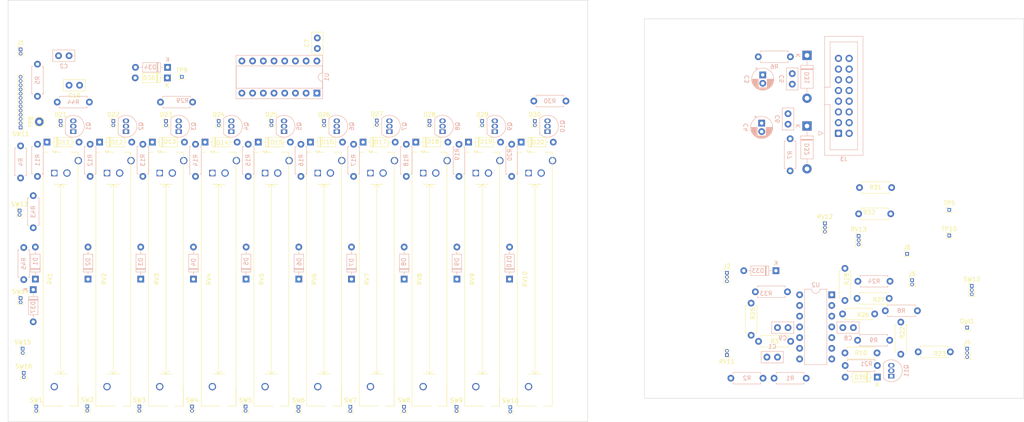
<source format=kicad_pcb>
(kicad_pcb (version 20221018) (generator pcbnew)

  (general
    (thickness 1.6)
  )

  (paper "A4")
  (title_block
    (title "Unseen Servant (Baby 10 Seq)")
  )

  (layers
    (0 "F.Cu" signal)
    (31 "B.Cu" signal)
    (32 "B.Adhes" user "B.Adhesive")
    (33 "F.Adhes" user "F.Adhesive")
    (34 "B.Paste" user)
    (35 "F.Paste" user)
    (36 "B.SilkS" user "B.Silkscreen")
    (37 "F.SilkS" user "F.Silkscreen")
    (38 "B.Mask" user)
    (39 "F.Mask" user)
    (40 "Dwgs.User" user "User.Drawings")
    (41 "Cmts.User" user "User.Comments")
    (42 "Eco1.User" user "User.Eco1")
    (43 "Eco2.User" user "User.Eco2")
    (44 "Edge.Cuts" user)
    (45 "Margin" user)
    (46 "B.CrtYd" user "B.Courtyard")
    (47 "F.CrtYd" user "F.Courtyard")
    (48 "B.Fab" user)
    (49 "F.Fab" user)
    (50 "User.1" user)
    (51 "User.2" user)
    (52 "User.3" user)
    (53 "User.4" user)
    (54 "User.5" user)
    (55 "User.6" user)
    (56 "User.7" user)
    (57 "User.8" user)
    (58 "User.9" user)
  )

  (setup
    (stackup
      (layer "F.SilkS" (type "Top Silk Screen"))
      (layer "F.Paste" (type "Top Solder Paste"))
      (layer "F.Mask" (type "Top Solder Mask") (thickness 0.01))
      (layer "F.Cu" (type "copper") (thickness 0.035))
      (layer "dielectric 1" (type "core") (thickness 1.51) (material "FR4") (epsilon_r 4.5) (loss_tangent 0.02))
      (layer "B.Cu" (type "copper") (thickness 0.035))
      (layer "B.Mask" (type "Bottom Solder Mask") (thickness 0.01))
      (layer "B.Paste" (type "Bottom Solder Paste"))
      (layer "B.SilkS" (type "Bottom Silk Screen"))
      (copper_finish "None")
      (dielectric_constraints no)
    )
    (pad_to_mask_clearance 0)
    (pcbplotparams
      (layerselection 0x00010fc_ffffffff)
      (plot_on_all_layers_selection 0x0000000_00000000)
      (disableapertmacros false)
      (usegerberextensions false)
      (usegerberattributes true)
      (usegerberadvancedattributes true)
      (creategerberjobfile true)
      (dashed_line_dash_ratio 12.000000)
      (dashed_line_gap_ratio 3.000000)
      (svgprecision 6)
      (plotframeref false)
      (viasonmask false)
      (mode 1)
      (useauxorigin false)
      (hpglpennumber 1)
      (hpglpenspeed 20)
      (hpglpendiameter 15.000000)
      (dxfpolygonmode true)
      (dxfimperialunits true)
      (dxfusepcbnewfont true)
      (psnegative false)
      (psa4output false)
      (plotreference true)
      (plotvalue true)
      (plotinvisibletext false)
      (sketchpadsonfab false)
      (subtractmaskfromsilk false)
      (outputformat 1)
      (mirror false)
      (drillshape 0)
      (scaleselection 1)
      (outputdirectory "./")
    )
  )

  (net 0 "")
  (net 1 "Net-(U2C--)")
  (net 2 "GND")
  (net 3 "Net-(C2-Pad1)")
  (net 4 "+12V")
  (net 5 "-12V")
  (net 6 "Net-(SW13-C)")
  (net 7 "Net-(D1-K)")
  (net 8 "Net-(D1-A)")
  (net 9 "Net-(D2-K)")
  (net 10 "Net-(D2-A)")
  (net 11 "Net-(D3-K)")
  (net 12 "Net-(D3-A)")
  (net 13 "Net-(D4-K)")
  (net 14 "Net-(D4-A)")
  (net 15 "Net-(D5-K)")
  (net 16 "Net-(D5-A)")
  (net 17 "Net-(D6-K)")
  (net 18 "Net-(D6-A)")
  (net 19 "Net-(D7-K)")
  (net 20 "Net-(D7-A)")
  (net 21 "Net-(D8-K)")
  (net 22 "Net-(D8-A)")
  (net 23 "Net-(D9-K)")
  (net 24 "Net-(D9-A)")
  (net 25 "Net-(D10-K)")
  (net 26 "Net-(D10-A)")
  (net 27 "Net-(D11-K)")
  (net 28 "Net-(D11-A)")
  (net 29 "Net-(D12-A)")
  (net 30 "Net-(D13-A)")
  (net 31 "Net-(D14-A)")
  (net 32 "Net-(D15-A)")
  (net 33 "Net-(D16-A)")
  (net 34 "Net-(D17-A)")
  (net 35 "Net-(D18-A)")
  (net 36 "Net-(D19-A)")
  (net 37 "Net-(D20-A)")
  (net 38 "Net-(D21-K)")
  (net 39 "Net-(J4-PadTN)")
  (net 40 "Net-(D21-A)")
  (net 41 "Net-(D22-K)")
  (net 42 "Net-(D23-K)")
  (net 43 "Net-(D24-K)")
  (net 44 "Net-(D25-K)")
  (net 45 "Net-(D27-K)")
  (net 46 "Net-(D28-K)")
  (net 47 "Net-(R2-Pad1)")
  (net 48 "Net-(D29-K)")
  (net 49 "Net-(J4-PadT)")
  (net 50 "Net-(J2-PadTN)")
  (net 51 "Net-(D30-K)")
  (net 52 "Net-(D31-K)")
  (net 53 "Net-(D32-K)")
  (net 54 "Net-(D33-K)")
  (net 55 "Net-(R31-Pad1)")
  (net 56 "Net-(D34-K)")
  (net 57 "unconnected-(RV12-Pad3)")
  (net 58 "unconnected-(RV13-Pad3)")
  (net 59 "unconnected-(SW11-Pad11)")
  (net 60 "unconnected-(SW11-Pad12)")
  (net 61 "Net-(D35-K)")
  (net 62 "Net-(D37-K)")
  (net 63 "unconnected-(J3-Pin_11-Pad11)")
  (net 64 "unconnected-(J3-Pin_12-Pad12)")
  (net 65 "unconnected-(J3-Pin_13-Pad13)")
  (net 66 "unconnected-(J3-Pin_14-Pad14)")
  (net 67 "Net-(J3-Pin_15)")
  (net 68 "Net-(Q1-B)")
  (net 69 "Net-(R25-Pad2)")
  (net 70 "Net-(R32-Pad1)")
  (net 71 "Net-(Q2-B)")
  (net 72 "Net-(D34-A)")
  (net 73 "Net-(Q3-B)")
  (net 74 "Net-(D26-K)")
  (net 75 "Net-(Q4-B)")
  (net 76 "Net-(D31-A)")
  (net 77 "Net-(Q5-B)")
  (net 78 "Net-(D32-A)")
  (net 79 "Net-(Q6-B)")
  (net 80 "Net-(J5-PadT)")
  (net 81 "Net-(J6-PadT)")
  (net 82 "Net-(D33-A)")
  (net 83 "Net-(Q7-B)")
  (net 84 "Net-(D35-A)")
  (net 85 "Net-(Q8-B)")
  (net 86 "Net-(D36-A)")
  (net 87 "Net-(Q9-B)")
  (net 88 "Net-(D37-A)")
  (net 89 "Net-(Q10-B)")
  (net 90 "Net-(Q11-E)")
  (net 91 "Net-(U2C-+)")
  (net 92 "Net-(U2A--)")
  (net 93 "Net-(U2B--)")
  (net 94 "Net-(SW1-B)")
  (net 95 "Net-(SW12-B)")
  (net 96 "Net-(SW12-A)")
  (net 97 "Net-(SW12-C)")
  (net 98 "Net-(U2D--)")
  (net 99 "Net-(SW13-B)")
  (net 100 "Net-(SW15-B)")
  (net 101 "unconnected-(U1-Cout-Pad12)")
  (net 102 "Net-(SW14-B)")

  (footprint "Connector_PinHeader_1.00mm:PinHeader_1x02_P1.00mm_Vertical" (layer "F.Cu") (at 44.22 130.238626))

  (footprint "Connector_PinHeader_1.00mm:PinHeader_1x03_P1.00mm_Vertical" (layer "F.Cu") (at 231.31 86.75))

  (footprint "Connector_PinHeader_1.00mm:PinHeader_1x02_P1.00mm_Vertical" (layer "F.Cu") (at 143.92 130.288626))

  (footprint "SynthMages:SLIDE_POT_0547" (layer "F.Cu") (at 87.5 100 -90))

  (footprint "SynthMages:SLIDE_POT_0547" (layer "F.Cu") (at 50 100 -90))

  (footprint "Connector_PinHeader_1.00mm:PinHeader_1x02_P1.00mm_Vertical" (layer "F.Cu") (at 56.32 130.188626))

  (footprint "Connector_PinHeader_1.00mm:PinHeader_1x02_P1.00mm_Vertical" (layer "F.Cu") (at 75 62.5))

  (footprint "Resistor_THT:R_Axial_DIN0207_L6.3mm_D2.5mm_P7.62mm_Horizontal" (layer "F.Cu") (at 236.06 97.44 -90))

  (footprint "Resistor_THT:R_Axial_DIN0207_L6.3mm_D2.5mm_P7.62mm_Horizontal" (layer "F.Cu") (at 213.81 105.69 -90))

  (footprint "TestPoint:TestPoint_THTPad_D2.0mm_Drill1.0mm" (layer "F.Cu") (at 44.93 62.66 90))

  (footprint "Diode_THT:D_DO-35_SOD27_P7.62mm_Horizontal" (layer "F.Cu") (at 75.31 52.25 180))

  (footprint "Resistor_THT:R_Axial_DIN0207_L6.3mm_D2.5mm_P7.62mm_Horizontal" (layer "F.Cu") (at 243.12 108.25 180))

  (footprint "Connector_PinHeader_1.00mm:PinHeader_1x02_P1.00mm_Vertical" (layer "F.Cu") (at 252 100.25))

  (footprint "Connector_PinHeader_1.00mm:PinHeader_1x02_P1.00mm_Vertical" (layer "F.Cu") (at 208.06 118 180))

  (footprint "Resistor_THT:R_Axial_DIN0207_L6.3mm_D2.5mm_P7.62mm_Horizontal" (layer "F.Cu") (at 239.31 84.5))

  (footprint "Connector_PinHeader_1.00mm:PinHeader_1x02_P1.00mm_Vertical" (layer "F.Cu") (at 87.5 62.5))

  (footprint "SynthMages:SLIDE_POT_0547" (layer "F.Cu") (at 112.5 100 -90))

  (footprint "Connector_PinHeader_1.00mm:PinHeader_1x02_P1.00mm_Vertical" (layer "F.Cu") (at 112.5 62.5))

  (footprint "SynthMages:SLIDE_POT_0547" (layer "F.Cu") (at 62.5 100 -90))

  (footprint "Connector_PinHeader_1.00mm:PinHeader_1x02_P1.00mm_Vertical" (layer "F.Cu") (at 40.25 83.75))

  (footprint "Capacitor_THT:C_Disc_D5.0mm_W2.5mm_P2.50mm" (layer "F.Cu") (at 54.5 54 180))

  (footprint "Diode_THT:D_DO-35_SOD27_P7.62mm_Horizontal" (layer "F.Cu") (at 84.25 67.5))

  (footprint "Connector_PinHeader_1.00mm:PinHeader_1x02_P1.00mm_Vertical" (layer "F.Cu") (at 162.5 62.5))

  (footprint "Diode_THT:D_DO-35_SOD27_P7.62mm_Horizontal" (layer "F.Cu") (at 134.25 67.5))

  (footprint "Connector_PinHeader_1.00mm:PinHeader_1x02_P1.00mm_Vertical" (layer "F.Cu") (at 81.17 130.238626))

  (footprint "Diode_THT:D_DO-35_SOD27_P7.62mm_Horizontal" (layer "F.Cu") (at 109.25 67.5))

  (footprint "Connector_PinHeader_1.00mm:PinHeader_1x01_P1.00mm_Vertical" (layer "F.Cu") (at 265.06 111.5))

  (footprint "Resistor_THT:R_Axial_DIN0207_L6.3mm_D2.5mm_P7.62mm_Horizontal" (layer "F.Cu") (at 215.56 114.75))

  (footprint "SynthMages:SLIDE_POT_0547" (layer "F.Cu") (at 137.5 100 -90))

  (footprint "Connector_PinHeader_1.00mm:PinHeader_1x02_P1.00mm_Vertical" (layer "F.Cu") (at 150 62.5))

  (footprint "Capacitor_THT:C_Disc_D5.0mm_W2.5mm_P2.50mm" (layer "F.Cu") (at 110.89 45.28 90))

  (footprint "Connector_PinHeader_1.00mm:PinHeader_1x02_P1.00mm_Vertical" (layer "F.Cu") (at 100 62.5))

  (footprint "Resistor_THT:R_Axial_DIN0207_L6.3mm_D2.5mm_P7.62mm_Horizontal" (layer "F.Cu") (at 246.56 104.56 180))

  (footprint "Diode_THT:D_DO-35_SOD27_P7.62mm_Horizontal" (layer "F.Cu") (at 121.75 67.5))

  (footprint "Diode_THT:D_DO-35_SOD27_P7.62mm_Horizontal" (layer "F.Cu") (at 71.75 67.5))

  (footprint "Diode_THT:D_DO-35_SOD27_P7.62mm_Horizontal" (layer "F.Cu") (at 243.74 123.25 180))

  (footprint "Resistor_THT:R_Axial_DIN0207_L6.3mm_D2.5mm_P7.62mm_Horizontal" (layer "F.Cu") (at 249.31 110.19 -90))

  (footprint "Connector_PinHeader_1.00mm:PinHeader_1x02_P1.00mm_Vertical" (layer "F.Cu") (at 41.25 122.25))

  (footprint "Diode_THT:D_DO-35_SOD27_P7.62mm_Horizontal" (layer "F.Cu") (at 146.75 67.5))

  (footprint "Diode_THT:D_DO-35_SOD27_P7.62mm_Horizontal" (layer "F.Cu") (at 59.25 67.5))

  (footprint "Diode_THT:D_DO-35_SOD27_P7.62mm_Horizontal" (layer "F.Cu") (at 96.88 67.5))

  (footprint "Connector_PinHeader_1.00mm:PinHeader_1x01_P1.00mm_Vertical" (layer "F.Cu")
    (tstamp 99c8327d-0837-4115-9f29-ed25e010f047)
    (at 260.81 83.55)
    (descr "Through hole straight pin header, 1x01, 1.00mm pitch, single row")
    (tags "Through hole pin header THT 1x01 1.00mm single row")
    (property "Sheetfile" "Unseen Servant.kicad_sch")
    (property "Sheetname" "")
    (property "ki_description" "test point")
    (property "ki_keywords" "test point tp")
    (path "/03050a54-e7f3-4b7b-81b4-e33abaf10142")
    (attr through_hole)
    (fp_text reference "TP5" (at 0 -1.56) (layer "F.SilkS")
        (effects (font (size 1 1) (thickness 0.15)))
      (tstamp e6d4cfcb-486a-40d6-af41-4ca24f867898)
    )
    (fp_text value "A" (at 0 1.56) (layer "F.Fab")
        (effects (font (size 1 1) (thickness 0.15)))
      (tstamp 974e48ac-65d1-45a6-8c89-cf570e1f0410)
    )
    (fp_text user "${REFERENCE}" (at 0 0 90) (layer "F.Fab")
        (effects (font (size 0.76 0.76) (thickness 0.114)))
      (tstamp 988f743c-4427-4147-ae1f-5987892b7037)
    )
    (fp_line (start -0.695 -0.685) (end 0 -0.685)
      (stroke (width 0.12) (type solid)) (layer "F.SilkS") (tstamp 44f0cd17-39b7-407e-b2b2-6f95b2f35f37))
    (fp_line (start -0.695 0) (end -0.695 -0.685)
      (stroke (width 0.12) (type solid)) (layer "F.SilkS") (tstamp 6dbb5070-e22e-4449-b237-5f40f5427a38))
    (fp_line (start -0.695 0.685) (end -0.695 0.56)
      (stroke (width 0.12) (type solid)) (layer "F.SilkS") (tstamp 18e58ba1-95ee-454a-be5a-e8239ae0c139))
    (fp_line (start -0.695 0.685) (end -0.608276 0.685)
      (stroke (width 0.12) (type solid)) (layer "F.SilkS") (tstamp 8bbf43fe-e564-44ae-984c-1a94a49880f3))
    (fp_line (start -0.695 0.685) (end 0.695 0.685)
      (stroke (width 0.12) (type solid)) (layer "F.SilkS") (tstamp d47ed7d5-c62d-4dff-9f05-bfc4afd16419))
    (fp_line (start 0.608276 0.685) (end 0.695 0.685)
      (stroke (width 0.12) (type solid)) (layer "F.SilkS") (tstamp da21cbf6-6bc8-422c-9637-a4faeeb821c6))
    (fp_line (start 0.695 0.685) (end 0.695 0.56)
      (stroke (width 0.12) (type solid)) (layer "F.SilkS") (tstamp ba4b8620-5d3f-4391-ac90-31246b0c95c4))
    (fp_line (start -1.15 -1) (end -1.15 1)
      (stroke (width 0.05) (type solid)) (layer "F.CrtYd") (tstamp 1e142111-0a52-4569-b95e-669004b5d8be))
    (fp_line (start -1.15 1) (end 1.15 1)
      (stroke (width 0.05) (type solid)) (layer "F.CrtYd") (tstamp 0f3b4331-7e61-4eba-b089-8e50595866c1))
    (fp_line (start 1.15 -1) (end -1.15 -1)
      (stroke (width 0.05) (type solid)) (layer "F.CrtYd") (tstamp 4d8a72f0-d031-45af-8c3e-852043daf74d))
    (fp_line (start 1.15 1) (end 1.15 -1)
      (stroke (width 0.05) (type solid)) (layer "F.CrtYd") (tstamp c34a457b-f048-4773-82bf-cc9beaa6eef2))
    (fp_line (start -0.635 -0.1825) (end -0.3175 -0.5)
      (stroke (width 0.1) (type solid)) (layer "F.Fab") (tstamp ff9e6a6a-f17e-47a4-8b13-ad972394720b))
    (fp_line (start -0.635 0.5) (end -0.635 -0.1825)
      (stroke (width 0.1) (type solid)) (layer "F.Fab") (tstamp 1243abce-4fff-4537-aac5-2aacb1af7564))
    (fp_line (start -0.3175 -0.5) (end 0.635 -0.5)
      (stroke (width 0.1) (type solid)) (layer "F.Fab") (tstamp cae34038-fad8-4663-93b9-1206bc3b01f9))
    (fp_line (start 0.635 -0.5) (end 0.635 0.5)
      (stroke (width 0.1) (type solid)) (layer "F.Fab") (tstamp 6f500ee7-3bb8-4dce-a56a-09924fc2ba09))
    (fp_line (start 0.635 0.5) (end -0.635 0.5)
      (stroke (width 0.1) (type solid)) (layer "F.Fab") (tstamp 892e8147-9009-45b4-8fc1-4a73857a0cbb))
    (pad "1" thru_hole rect (at 0 0) (size 0.85 0.85) (drill 0.5
... [467165 chars truncated]
</source>
